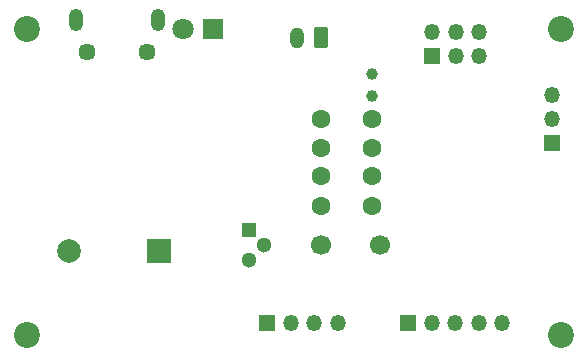
<source format=gbr>
%TF.GenerationSoftware,KiCad,Pcbnew,(5.1.10)-1*%
%TF.CreationDate,2021-12-05T19:53:51+08:00*%
%TF.ProjectId,TomatoClock,546f6d61-746f-4436-9c6f-636b2e6b6963,rev?*%
%TF.SameCoordinates,Original*%
%TF.FileFunction,Soldermask,Bot*%
%TF.FilePolarity,Negative*%
%FSLAX46Y46*%
G04 Gerber Fmt 4.6, Leading zero omitted, Abs format (unit mm)*
G04 Created by KiCad (PCBNEW (5.1.10)-1) date 2021-12-05 19:53:51*
%MOMM*%
%LPD*%
G01*
G04 APERTURE LIST*
%ADD10C,1.600000*%
%ADD11O,1.200000X1.800000*%
%ADD12C,2.200000*%
%ADD13O,1.350000X1.350000*%
%ADD14R,1.350000X1.350000*%
%ADD15C,1.000000*%
%ADD16C,1.700000*%
%ADD17R,1.300000X1.300000*%
%ADD18C,1.300000*%
%ADD19O,1.200000X1.900000*%
%ADD20C,1.450000*%
%ADD21C,1.800000*%
%ADD22R,1.800000X1.800000*%
%ADD23C,2.000000*%
%ADD24R,2.000000X2.000000*%
G04 APERTURE END LIST*
D10*
%TO.C,C3*%
X31750000Y18328000D03*
X31750000Y20828000D03*
%TD*%
D11*
%TO.C,J6*%
X25432000Y27686000D03*
G36*
G01*
X28032000Y28336001D02*
X28032000Y27035999D01*
G75*
G02*
X27782001Y26786000I-249999J0D01*
G01*
X27081999Y26786000D01*
G75*
G02*
X26832000Y27035999I0J249999D01*
G01*
X26832000Y28336001D01*
G75*
G02*
X27081999Y28586000I249999J0D01*
G01*
X27782001Y28586000D01*
G75*
G02*
X28032000Y28336001I0J-249999D01*
G01*
G37*
%TD*%
D12*
%TO.C,H4*%
X47752000Y2540000D03*
%TD*%
%TO.C,H3*%
X47752000Y28448000D03*
%TD*%
%TO.C,H2*%
X2540000Y2540000D03*
%TD*%
%TO.C,H1*%
X2540000Y28448000D03*
%TD*%
D13*
%TO.C,J4*%
X28860000Y3556000D03*
X26860000Y3556000D03*
X24860000Y3556000D03*
D14*
X22860000Y3556000D03*
%TD*%
D13*
%TO.C,J1*%
X40830000Y28162000D03*
X40830000Y26162000D03*
X38830000Y28162000D03*
X38830000Y26162000D03*
X36830000Y28162000D03*
D14*
X36830000Y26162000D03*
%TD*%
D15*
%TO.C,Y2*%
X31750000Y22738000D03*
X31750000Y24638000D03*
%TD*%
D16*
%TO.C,Y1*%
X32432000Y10160000D03*
X27432000Y10160000D03*
%TD*%
D17*
%TO.C,Q1*%
X21336000Y11430000D03*
D18*
X21336000Y8890000D03*
X22606000Y10160000D03*
%TD*%
D13*
%TO.C,J5*%
X42798000Y3556000D03*
X40798000Y3556000D03*
X38798000Y3556000D03*
X36798000Y3556000D03*
D14*
X34798000Y3556000D03*
%TD*%
D19*
%TO.C,J3*%
X6660000Y29177500D03*
X13660000Y29177500D03*
D20*
X7660000Y26477500D03*
X12660000Y26477500D03*
%TD*%
D13*
%TO.C,J2*%
X46990000Y22796000D03*
X46990000Y20796000D03*
D14*
X46990000Y18796000D03*
%TD*%
D21*
%TO.C,D1*%
X15748000Y28448000D03*
D22*
X18288000Y28448000D03*
%TD*%
D10*
%TO.C,C4*%
X27432000Y18328000D03*
X27432000Y20828000D03*
%TD*%
%TO.C,C2*%
X31750000Y15962000D03*
X31750000Y13462000D03*
%TD*%
%TO.C,C1*%
X27432000Y15962000D03*
X27432000Y13462000D03*
%TD*%
D23*
%TO.C,BZ1*%
X6116000Y9652000D03*
D24*
X13716000Y9652000D03*
%TD*%
M02*

</source>
